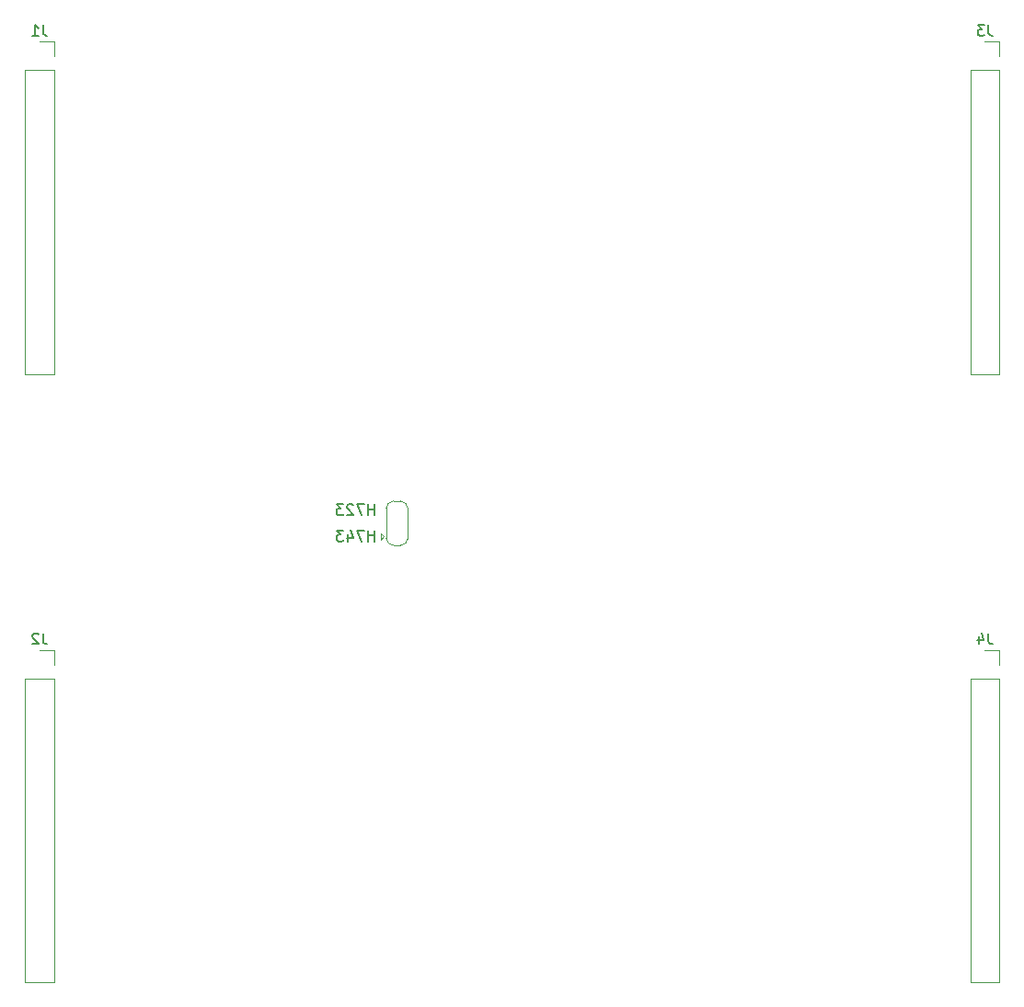
<source format=gbr>
%TF.GenerationSoftware,KiCad,Pcbnew,8.0.1*%
%TF.CreationDate,2024-05-28T13:06:32+01:00*%
%TF.ProjectId,Punck_Components,50756e63-6b5f-4436-9f6d-706f6e656e74,rev?*%
%TF.SameCoordinates,Original*%
%TF.FileFunction,Legend,Bot*%
%TF.FilePolarity,Positive*%
%FSLAX46Y46*%
G04 Gerber Fmt 4.6, Leading zero omitted, Abs format (unit mm)*
G04 Created by KiCad (PCBNEW 8.0.1) date 2024-05-28 13:06:32*
%MOMM*%
%LPD*%
G01*
G04 APERTURE LIST*
G04 Aperture macros list*
%AMFreePoly0*
4,1,19,0.550000,-0.750000,0.000000,-0.750000,0.000000,-0.744911,-0.071157,-0.744911,-0.207708,-0.704816,-0.327430,-0.627875,-0.420627,-0.520320,-0.479746,-0.390866,-0.500000,-0.250000,-0.500000,0.250000,-0.479746,0.390866,-0.420627,0.520320,-0.327430,0.627875,-0.207708,0.704816,-0.071157,0.744911,0.000000,0.744911,0.000000,0.750000,0.550000,0.750000,0.550000,-0.750000,0.550000,-0.750000,
$1*%
%AMFreePoly1*
4,1,19,0.000000,0.744911,0.071157,0.744911,0.207708,0.704816,0.327430,0.627875,0.420627,0.520320,0.479746,0.390866,0.500000,0.250000,0.500000,-0.250000,0.479746,-0.390866,0.420627,-0.520320,0.327430,-0.627875,0.207708,-0.704816,0.071157,-0.744911,0.000000,-0.744911,0.000000,-0.750000,-0.550000,-0.750000,-0.550000,0.750000,0.000000,0.750000,0.000000,0.744911,0.000000,0.744911,
$1*%
G04 Aperture macros list end*
%ADD10C,0.150000*%
%ADD11C,0.120000*%
%ADD12C,0.100000*%
%ADD13R,1.700000X1.700000*%
%ADD14C,1.700000*%
%ADD15C,2.000000*%
%ADD16O,1.700000X1.700000*%
%ADD17FreePoly0,90.000000*%
%ADD18R,1.500000X1.000000*%
%ADD19FreePoly1,90.000000*%
G04 APERTURE END LIST*
D10*
X32914285Y-50654819D02*
X32914285Y-49654819D01*
X32914285Y-50131009D02*
X32342857Y-50131009D01*
X32342857Y-50654819D02*
X32342857Y-49654819D01*
X31961904Y-49654819D02*
X31295238Y-49654819D01*
X31295238Y-49654819D02*
X31723809Y-50654819D01*
X30485714Y-49988152D02*
X30485714Y-50654819D01*
X30723809Y-49607200D02*
X30961904Y-50321485D01*
X30961904Y-50321485D02*
X30342857Y-50321485D01*
X30057142Y-49654819D02*
X29438095Y-49654819D01*
X29438095Y-49654819D02*
X29771428Y-50035771D01*
X29771428Y-50035771D02*
X29628571Y-50035771D01*
X29628571Y-50035771D02*
X29533333Y-50083390D01*
X29533333Y-50083390D02*
X29485714Y-50131009D01*
X29485714Y-50131009D02*
X29438095Y-50226247D01*
X29438095Y-50226247D02*
X29438095Y-50464342D01*
X29438095Y-50464342D02*
X29485714Y-50559580D01*
X29485714Y-50559580D02*
X29533333Y-50607200D01*
X29533333Y-50607200D02*
X29628571Y-50654819D01*
X29628571Y-50654819D02*
X29914285Y-50654819D01*
X29914285Y-50654819D02*
X30009523Y-50607200D01*
X30009523Y-50607200D02*
X30057142Y-50559580D01*
X32914285Y-48254819D02*
X32914285Y-47254819D01*
X32914285Y-47731009D02*
X32342857Y-47731009D01*
X32342857Y-48254819D02*
X32342857Y-47254819D01*
X31961904Y-47254819D02*
X31295238Y-47254819D01*
X31295238Y-47254819D02*
X31723809Y-48254819D01*
X30961904Y-47350057D02*
X30914285Y-47302438D01*
X30914285Y-47302438D02*
X30819047Y-47254819D01*
X30819047Y-47254819D02*
X30580952Y-47254819D01*
X30580952Y-47254819D02*
X30485714Y-47302438D01*
X30485714Y-47302438D02*
X30438095Y-47350057D01*
X30438095Y-47350057D02*
X30390476Y-47445295D01*
X30390476Y-47445295D02*
X30390476Y-47540533D01*
X30390476Y-47540533D02*
X30438095Y-47683390D01*
X30438095Y-47683390D02*
X31009523Y-48254819D01*
X31009523Y-48254819D02*
X30390476Y-48254819D01*
X30057142Y-47254819D02*
X29438095Y-47254819D01*
X29438095Y-47254819D02*
X29771428Y-47635771D01*
X29771428Y-47635771D02*
X29628571Y-47635771D01*
X29628571Y-47635771D02*
X29533333Y-47683390D01*
X29533333Y-47683390D02*
X29485714Y-47731009D01*
X29485714Y-47731009D02*
X29438095Y-47826247D01*
X29438095Y-47826247D02*
X29438095Y-48064342D01*
X29438095Y-48064342D02*
X29485714Y-48159580D01*
X29485714Y-48159580D02*
X29533333Y-48207200D01*
X29533333Y-48207200D02*
X29628571Y-48254819D01*
X29628571Y-48254819D02*
X29914285Y-48254819D01*
X29914285Y-48254819D02*
X30009523Y-48207200D01*
X30009523Y-48207200D02*
X30057142Y-48159580D01*
X89433333Y-3124819D02*
X89433333Y-3839104D01*
X89433333Y-3839104D02*
X89480952Y-3981961D01*
X89480952Y-3981961D02*
X89576190Y-4077200D01*
X89576190Y-4077200D02*
X89719047Y-4124819D01*
X89719047Y-4124819D02*
X89814285Y-4124819D01*
X89052380Y-3124819D02*
X88433333Y-3124819D01*
X88433333Y-3124819D02*
X88766666Y-3505771D01*
X88766666Y-3505771D02*
X88623809Y-3505771D01*
X88623809Y-3505771D02*
X88528571Y-3553390D01*
X88528571Y-3553390D02*
X88480952Y-3601009D01*
X88480952Y-3601009D02*
X88433333Y-3696247D01*
X88433333Y-3696247D02*
X88433333Y-3934342D01*
X88433333Y-3934342D02*
X88480952Y-4029580D01*
X88480952Y-4029580D02*
X88528571Y-4077200D01*
X88528571Y-4077200D02*
X88623809Y-4124819D01*
X88623809Y-4124819D02*
X88909523Y-4124819D01*
X88909523Y-4124819D02*
X89004761Y-4077200D01*
X89004761Y-4077200D02*
X89052380Y-4029580D01*
X2433333Y-3124819D02*
X2433333Y-3839104D01*
X2433333Y-3839104D02*
X2480952Y-3981961D01*
X2480952Y-3981961D02*
X2576190Y-4077200D01*
X2576190Y-4077200D02*
X2719047Y-4124819D01*
X2719047Y-4124819D02*
X2814285Y-4124819D01*
X1433333Y-4124819D02*
X2004761Y-4124819D01*
X1719047Y-4124819D02*
X1719047Y-3124819D01*
X1719047Y-3124819D02*
X1814285Y-3267676D01*
X1814285Y-3267676D02*
X1909523Y-3362914D01*
X1909523Y-3362914D02*
X2004761Y-3410533D01*
X89433333Y-59124819D02*
X89433333Y-59839104D01*
X89433333Y-59839104D02*
X89480952Y-59981961D01*
X89480952Y-59981961D02*
X89576190Y-60077200D01*
X89576190Y-60077200D02*
X89719047Y-60124819D01*
X89719047Y-60124819D02*
X89814285Y-60124819D01*
X88528571Y-59458152D02*
X88528571Y-60124819D01*
X88766666Y-59077200D02*
X89004761Y-59791485D01*
X89004761Y-59791485D02*
X88385714Y-59791485D01*
X2433333Y-59124819D02*
X2433333Y-59839104D01*
X2433333Y-59839104D02*
X2480952Y-59981961D01*
X2480952Y-59981961D02*
X2576190Y-60077200D01*
X2576190Y-60077200D02*
X2719047Y-60124819D01*
X2719047Y-60124819D02*
X2814285Y-60124819D01*
X2004761Y-59220057D02*
X1957142Y-59172438D01*
X1957142Y-59172438D02*
X1861904Y-59124819D01*
X1861904Y-59124819D02*
X1623809Y-59124819D01*
X1623809Y-59124819D02*
X1528571Y-59172438D01*
X1528571Y-59172438D02*
X1480952Y-59220057D01*
X1480952Y-59220057D02*
X1433333Y-59315295D01*
X1433333Y-59315295D02*
X1433333Y-59410533D01*
X1433333Y-59410533D02*
X1480952Y-59553390D01*
X1480952Y-59553390D02*
X2052380Y-60124819D01*
X2052380Y-60124819D02*
X1433333Y-60124819D01*
D11*
%TO.C,J3*%
X87770000Y-7270000D02*
X87770000Y-35270000D01*
X90430000Y-4670000D02*
X89100000Y-4670000D01*
X90430000Y-7270000D02*
X87770000Y-7270000D01*
X90430000Y-7270000D02*
X90430000Y-35270000D01*
X90430000Y-6000000D02*
X90430000Y-4670000D01*
X90430000Y-35270000D02*
X87770000Y-35270000D01*
%TO.C,J1*%
X770000Y-7270000D02*
X770000Y-35270000D01*
X3430000Y-7270000D02*
X3430000Y-35270000D01*
X3430000Y-7270000D02*
X770000Y-7270000D01*
X3430000Y-35270000D02*
X770000Y-35270000D01*
X3430000Y-4670000D02*
X2100000Y-4670000D01*
X3430000Y-6000000D02*
X3430000Y-4670000D01*
%TO.C,J4*%
X90430000Y-62000000D02*
X90430000Y-60670000D01*
X90430000Y-60670000D02*
X89100000Y-60670000D01*
X87770000Y-63270000D02*
X87770000Y-91270000D01*
X90430000Y-91270000D02*
X87770000Y-91270000D01*
X90430000Y-63270000D02*
X87770000Y-63270000D01*
X90430000Y-63270000D02*
X90430000Y-91270000D01*
%TO.C,J2*%
X3430000Y-91270000D02*
X770000Y-91270000D01*
X770000Y-63270000D02*
X770000Y-91270000D01*
X3430000Y-62000000D02*
X3430000Y-60670000D01*
X3430000Y-63270000D02*
X770000Y-63270000D01*
X3430000Y-60670000D02*
X2100000Y-60670000D01*
X3430000Y-63270000D02*
X3430000Y-91270000D01*
%TO.C,JP1*%
X36000000Y-50400000D02*
X36000000Y-47600000D01*
X33800000Y-50200000D02*
X33500000Y-49900000D01*
X33500000Y-50500000D02*
X33500000Y-49900000D01*
X33800000Y-50200000D02*
X33500000Y-50500000D01*
X34700000Y-51050000D02*
X35300000Y-51050000D01*
X34000000Y-47600000D02*
X34000000Y-50400000D01*
X35300000Y-46950000D02*
X34700000Y-46950000D01*
X36000000Y-50350000D02*
G75*
G02*
X35300000Y-51050000I-699999J-1D01*
G01*
X35300000Y-46950000D02*
G75*
G02*
X36000000Y-47650000I0J-700000D01*
G01*
X34000000Y-47650000D02*
G75*
G02*
X34700000Y-46950000I700000J0D01*
G01*
X34700000Y-51050000D02*
G75*
G02*
X34000000Y-50350000I-1J699999D01*
G01*
%TD*%
%LPC*%
D12*
%TO.C,FID1*%
X90000000Y-98400000D02*
X82000000Y-98400000D01*
X82000000Y-96400000D01*
X90000000Y-96400000D01*
X90000000Y-98400000D01*
G36*
X90000000Y-98400000D02*
G01*
X82000000Y-98400000D01*
X82000000Y-96400000D01*
X90000000Y-96400000D01*
X90000000Y-98400000D01*
G37*
%TD*%
D13*
%TO.C,J7*%
X40500000Y-7662500D03*
D14*
X40500000Y-5122500D03*
X43040000Y-7662500D03*
X43040000Y-5122500D03*
X45580000Y-7662500D03*
X45580000Y-5122500D03*
X48120000Y-7662500D03*
X48120000Y-5122500D03*
X50660000Y-7662500D03*
X50660000Y-5122500D03*
%TD*%
D15*
%TO.C,TP9*%
X75700000Y-96600000D03*
%TD*%
%TO.C,TP3*%
X39400000Y-71600000D03*
%TD*%
%TO.C,TP8*%
X14800000Y-17000000D03*
%TD*%
%TO.C,TP7*%
X23400000Y-17000000D03*
%TD*%
D13*
%TO.C,J5*%
X60200000Y-21800000D03*
D16*
X57660000Y-21800000D03*
X55120000Y-21800000D03*
X52580000Y-21800000D03*
%TD*%
D15*
%TO.C,TP1*%
X35400000Y-71600000D03*
%TD*%
%TO.C,TP6*%
X19200000Y-17000000D03*
%TD*%
%TO.C,TP5*%
X70800000Y-17000000D03*
%TD*%
D13*
%TO.C,J6*%
X69500000Y-56300000D03*
D14*
X72040000Y-56300000D03*
X74580000Y-56300000D03*
X77120000Y-56300000D03*
%TD*%
D15*
%TO.C,TP2*%
X43200000Y-71600000D03*
%TD*%
%TO.C,TP4*%
X64000000Y-17000000D03*
%TD*%
D13*
%TO.C,J3*%
X89100000Y-6000000D03*
D16*
X89100000Y-8540000D03*
X89100000Y-11080000D03*
X89100000Y-13620000D03*
X89100000Y-16160000D03*
X89100000Y-18700000D03*
X89100000Y-21240000D03*
X89100000Y-23780000D03*
X89100000Y-26320000D03*
X89100000Y-28860000D03*
X89100000Y-31400000D03*
X89100000Y-33940000D03*
%TD*%
D13*
%TO.C,J1*%
X2100000Y-6000000D03*
D16*
X2100000Y-8540000D03*
X2100000Y-11080000D03*
X2100000Y-13620000D03*
X2100000Y-16160000D03*
X2100000Y-18700000D03*
X2100000Y-21240000D03*
X2100000Y-23780000D03*
X2100000Y-26320000D03*
X2100000Y-28860000D03*
X2100000Y-31400000D03*
X2100000Y-33940000D03*
%TD*%
D13*
%TO.C,J4*%
X89100000Y-62000000D03*
D16*
X89100000Y-64540000D03*
X89100000Y-67080000D03*
X89100000Y-69620000D03*
X89100000Y-72160000D03*
X89100000Y-74700000D03*
X89100000Y-77240000D03*
X89100000Y-79780000D03*
X89100000Y-82320000D03*
X89100000Y-84860000D03*
X89100000Y-87400000D03*
X89100000Y-89940000D03*
%TD*%
D13*
%TO.C,J2*%
X2100000Y-62000000D03*
D16*
X2100000Y-64540000D03*
X2100000Y-67080000D03*
X2100000Y-69620000D03*
X2100000Y-72160000D03*
X2100000Y-74700000D03*
X2100000Y-77240000D03*
X2100000Y-79780000D03*
X2100000Y-82320000D03*
X2100000Y-84860000D03*
X2100000Y-87400000D03*
X2100000Y-89940000D03*
%TD*%
D17*
%TO.C,JP1*%
X35000000Y-50300000D03*
D18*
X35000000Y-49000000D03*
D19*
X35000000Y-47700000D03*
%TD*%
%LPD*%
M02*

</source>
